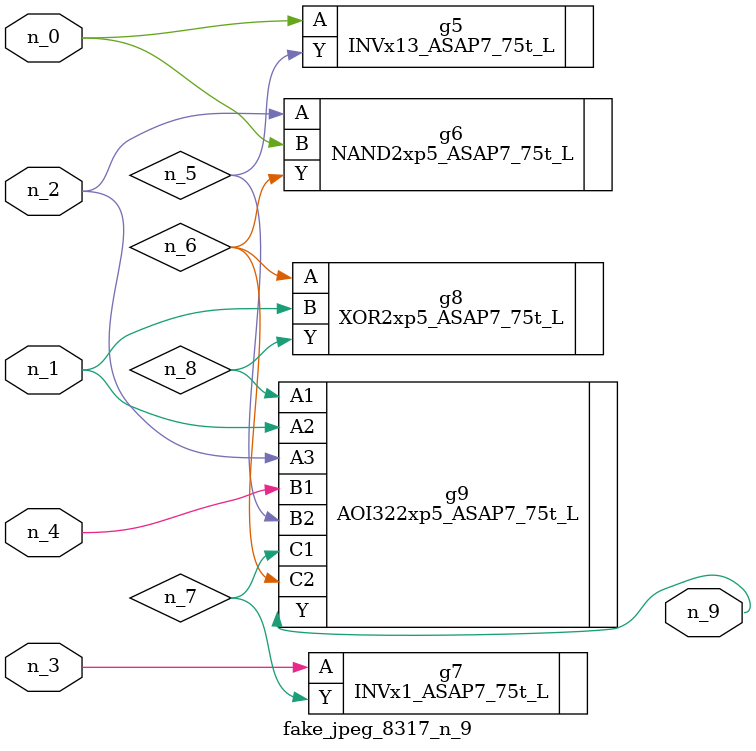
<source format=v>
module fake_jpeg_8317_n_9 (n_3, n_2, n_1, n_0, n_4, n_9);

input n_3;
input n_2;
input n_1;
input n_0;
input n_4;

output n_9;

wire n_8;
wire n_6;
wire n_5;
wire n_7;

INVx13_ASAP7_75t_L g5 ( 
.A(n_0),
.Y(n_5)
);

NAND2xp5_ASAP7_75t_L g6 ( 
.A(n_2),
.B(n_0),
.Y(n_6)
);

INVx1_ASAP7_75t_L g7 ( 
.A(n_3),
.Y(n_7)
);

XOR2xp5_ASAP7_75t_L g8 ( 
.A(n_6),
.B(n_1),
.Y(n_8)
);

AOI322xp5_ASAP7_75t_L g9 ( 
.A1(n_8),
.A2(n_1),
.A3(n_2),
.B1(n_4),
.B2(n_5),
.C1(n_7),
.C2(n_6),
.Y(n_9)
);


endmodule
</source>
